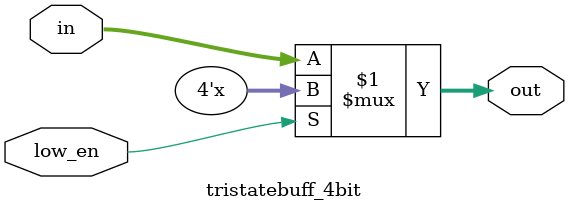
<source format=v>

module tristatebuff_4bit(in, out, low_en);
    input [3:0] in; 
    input low_en; 
    output tri [3:0] out; 
    assign out = low_en ? 4'bzzzz : in; //pass the output when enable is 0
endmodule 
</source>
